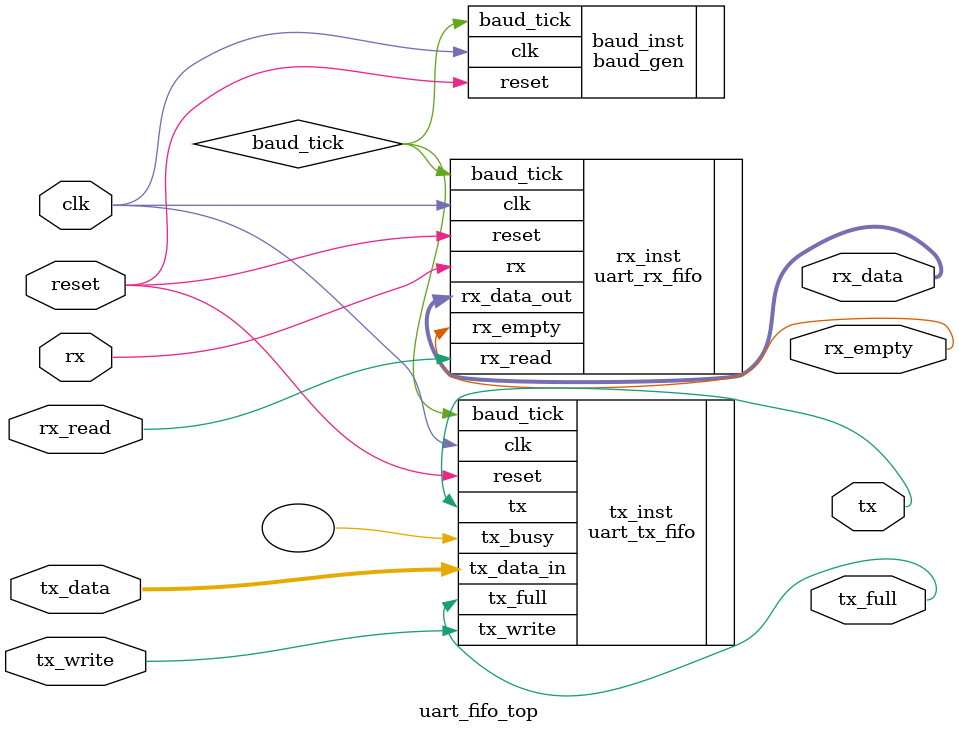
<source format=v>
module uart_fifo_top (
    input  wire clk,
    input  wire reset,

    // TX interface
    input  wire [7:0] tx_data,
    input  wire tx_write,
    output wire tx_full,
    output wire tx,

    // RX interface
    input  wire rx,
    output wire [7:0] rx_data,
    input  wire rx_read,
    output wire rx_empty
);
    wire baud_tick;

    baud_gen #(
        .CLK_FREQ(50000000),
        .BAUD_RATE(9600)
    ) baud_inst (
        .clk(clk),
        .reset(reset),
        .baud_tick(baud_tick)
    );

    uart_tx_fifo tx_inst (
        .clk(clk),
        .reset(reset),
        .baud_tick(baud_tick),
        .tx_data_in(tx_data),
        .tx_write(tx_write),
        .tx_full(tx_full),
        .tx(tx),
        .tx_busy()
    );

    uart_rx_fifo rx_inst (
        .clk(clk),
        .reset(reset),
        .baud_tick(baud_tick),
        .rx(rx),
        .rx_data_out(rx_data),
        .rx_read(rx_read),
        .rx_empty(rx_empty)
    );
endmodule

</source>
